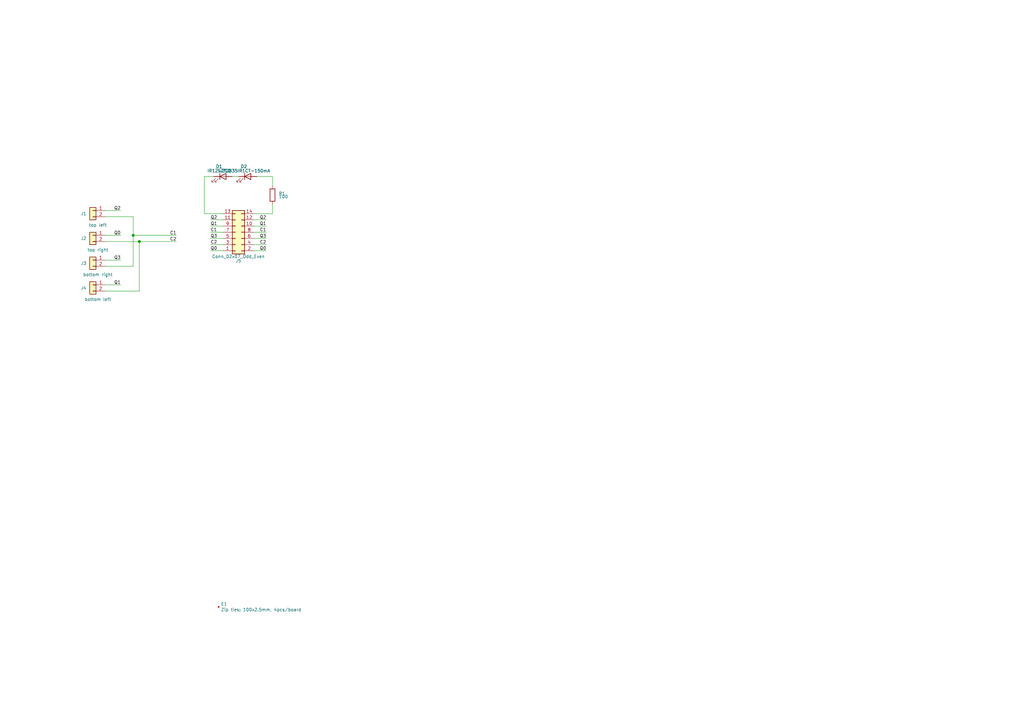
<source format=kicad_sch>
(kicad_sch (version 20230409) (generator eeschema)
  (paper "A3")
  (lib_symbols
    (symbol "Connector_Generic:Conn_02x07_Odd_Even" (pin_names (offset 1.016) hide)
      (property "Reference" "J" (at 1.27 10.16 0))
      (property "Value" "Conn_02x07_Odd_Even" (at 1.27 -10.16 0))
      (symbol "Conn_02x07_Odd_Even_1_1"
        (rectangle (start -1.27 -7.493) (end 0 -7.747) (stroke (width 0.1524)))
        (rectangle (start -1.27 -4.953) (end 0 -5.207) (stroke (width 0.1524)))
        (rectangle (start -1.27 -2.413) (end 0 -2.667) (stroke (width 0.1524)))
        (rectangle (start -1.27 0.127) (end 0 -0.127) (stroke (width 0.1524)))
        (rectangle (start -1.27 2.667) (end 0 2.413) (stroke (width 0.1524)))
        (rectangle (start -1.27 5.207) (end 0 4.953) (stroke (width 0.1524)))
        (rectangle (start -1.27 7.747) (end 0 7.493) (stroke (width 0.1524)))
        (rectangle (start -1.27 8.89) (end 3.81 -8.89) (stroke (width 0.254)) (fill (type background)))
        (rectangle (start 3.81 -7.493) (end 2.54 -7.747) (stroke (width 0.1524)))
        (rectangle (start 3.81 -4.953) (end 2.54 -5.207) (stroke (width 0.1524)))
        (rectangle (start 3.81 -2.413) (end 2.54 -2.667) (stroke (width 0.1524)))
        (rectangle (start 3.81 0.127) (end 2.54 -0.127) (stroke (width 0.1524)))
        (rectangle (start 3.81 2.667) (end 2.54 2.413) (stroke (width 0.1524)))
        (rectangle (start 3.81 5.207) (end 2.54 4.953) (stroke (width 0.1524)))
        (rectangle (start 3.81 7.747) (end 2.54 7.493) (stroke (width 0.1524)))
        (pin passive line (at -5.08 7.62 0) (length 3.81) (name "Pin_1") (number "1"))
        (pin passive line (at 7.62 -2.54 180) (length 3.81) (name "Pin_10") (number "10"))
        (pin passive line (at -5.08 -5.08 0) (length 3.81) (name "Pin_11") (number "11"))
        (pin passive line (at 7.62 -5.08 180) (length 3.81) (name "Pin_12") (number "12"))
        (pin passive line (at -5.08 -7.62 0) (length 3.81) (name "Pin_13") (number "13"))
        (pin passive line (at 7.62 -7.62 180) (length 3.81) (name "Pin_14") (number "14"))
        (pin passive line (at 7.62 7.62 180) (length 3.81) (name "Pin_2") (number "2"))
        (pin passive line (at -5.08 5.08 0) (length 3.81) (name "Pin_3") (number "3"))
        (pin passive line (at 7.62 5.08 180) (length 3.81) (name "Pin_4") (number "4"))
        (pin passive line (at -5.08 2.54 0) (length 3.81) (name "Pin_5") (number "5"))
        (pin passive line (at 7.62 2.54 180) (length 3.81) (name "Pin_6") (number "6"))
        (pin passive line (at -5.08 0 0) (length 3.81) (name "Pin_7") (number "7"))
        (pin passive line (at 7.62 0 180) (length 3.81) (name "Pin_8") (number "8"))
        (pin passive line (at -5.08 -2.54 0) (length 3.81) (name "Pin_9") (number "9"))
      )
    )
    (symbol "Device:LED" (pin_numbers hide) (pin_names (offset 1.016) hide)
      (property "Reference" "D" (at 0 2.54 0))
      (property "Value" "LED" (at 0 -2.54 0))
      (symbol "LED_0_1"
        (polyline (pts (xy -1.27 -1.27) (xy -1.27 1.27)) (stroke (width 0.254)))
        (polyline (pts (xy -1.27 0) (xy 1.27 0)))
        (polyline (pts (xy 1.27 -1.27) (xy 1.27 1.27) (xy -1.27 0) (xy 1.27 -1.27)) (stroke (width 0.254)))
        (polyline (pts (xy -3.048 -0.762) (xy -4.572 -2.286) (xy -3.81 -2.286) (xy -4.572 -2.286) (xy -4.572 -1.524)))
        (polyline (pts (xy -1.778 -0.762) (xy -3.302 -2.286) (xy -2.54 -2.286) (xy -3.302 -2.286) (xy -3.302 -1.524)))
      )
      (symbol "LED_1_1"
        (pin passive line (at -3.81 0 0) (length 2.54) (name "K") (number "1"))
        (pin passive line (at 3.81 0 180) (length 2.54) (name "A") (number "2"))
      )
    )
    (symbol "Device:R" (pin_numbers hide) (pin_names (offset 0))
      (property "Reference" "R" (at 2.032 0 90))
      (property "Value" "R" (at 0 0 90))
      (symbol "R_0_1"
        (rectangle (start -1.016 -2.54) (end 1.016 2.54) (stroke (width 0.254)))
      )
      (symbol "R_1_1"
        (pin passive line (at 0 3.81 270) (length 1.27) (name "~") (number "1"))
        (pin passive line (at 0 -3.81 90) (length 1.27) (name "~") (number "2"))
      )
    )
    (symbol "center-rescue:Conn_01x02-Connector_Generic" (pin_names (offset 1.016) hide)
      (property "Reference" "J" (at 0 2.54 0))
      (property "Value" "Conn_01x02-Connector_Generic" (at 0 -5.08 0))
      (symbol "Conn_01x02-Connector_Generic_1_1"
        (rectangle (start -1.27 -2.413) (end 0 -2.667) (stroke (width 0.1524)))
        (rectangle (start -1.27 0.127) (end 0 -0.127) (stroke (width 0.1524)))
        (rectangle (start -1.27 1.27) (end 1.27 -3.81) (stroke (width 0.254)) (fill (type background)))
        (pin passive line (at -5.08 0 0) (length 3.81) (name "Pin_1") (number "1"))
        (pin passive line (at -5.08 -2.54 0) (length 3.81) (name "Pin_2") (number "2"))
      )
    )
    (symbol "center-rescue:bom_item-4xxx" (pin_names (offset 1.016))
      (property "Reference" "E" (at -2.54 0 0))
      (property "Value" "bom_item-4xxx" (at 1.27 0 0))
      (symbol "bom_item-4xxx_0_1"
        (circle (center -3.048 0) (radius 0.254) (fill (type outline)))
      )
    )
  )
  (junction (at 54.61 96.52) (diameter 1.016))
  (junction (at 57.15 99.06) (diameter 1.016))
  (wire (pts (xy 54.61 96.52) (xy 72.39 96.52)))
  (wire (pts (xy 111.76 83.82) (xy 111.76 87.63)))
  (wire (pts (xy 104.14 102.87) (xy 109.22 102.87)))
  (wire (pts (xy 83.82 87.63) (xy 91.44 87.63)))
  (wire (pts (xy 86.36 92.71) (xy 91.44 92.71)))
  (wire (pts (xy 49.53 116.84) (xy 43.18 116.84)))
  (wire (pts (xy 104.14 87.63) (xy 111.76 87.63)))
  (wire (pts (xy 104.14 97.79) (xy 109.22 97.79)))
  (wire (pts (xy 104.14 90.17) (xy 109.22 90.17)))
  (wire (pts (xy 43.18 99.06) (xy 57.15 99.06)))
  (wire (pts (xy 104.14 92.71) (xy 109.22 92.71)))
  (wire (pts (xy 49.53 86.36) (xy 43.18 86.36)))
  (wire (pts (xy 87.63 72.39) (xy 83.82 72.39)))
  (wire (pts (xy 105.41 72.39) (xy 111.76 72.39)))
  (wire (pts (xy 49.53 106.68) (xy 43.18 106.68)))
  (wire (pts (xy 57.15 99.06) (xy 57.15 119.38)))
  (wire (pts (xy 54.61 88.9) (xy 54.61 96.52)))
  (wire (pts (xy 104.14 95.25) (xy 109.22 95.25)))
  (wire (pts (xy 86.36 102.87) (xy 91.44 102.87)))
  (wire (pts (xy 111.76 72.39) (xy 111.76 76.2)))
  (wire (pts (xy 83.82 72.39) (xy 83.82 87.63)))
  (wire (pts (xy 86.36 90.17) (xy 91.44 90.17)))
  (wire (pts (xy 54.61 109.22) (xy 43.18 109.22)))
  (wire (pts (xy 54.61 96.52) (xy 54.61 109.22)))
  (wire (pts (xy 86.36 95.25) (xy 91.44 95.25)))
  (wire (pts (xy 104.14 100.33) (xy 109.22 100.33)))
  (wire (pts (xy 43.18 88.9) (xy 54.61 88.9)))
  (wire (pts (xy 95.25 72.39) (xy 97.79 72.39)))
  (wire (pts (xy 86.36 97.79) (xy 91.44 97.79)))
  (wire (pts (xy 57.15 99.06) (xy 72.39 99.06)))
  (wire (pts (xy 86.36 100.33) (xy 91.44 100.33)))
  (wire (pts (xy 49.53 96.52) (xy 43.18 96.52)))
  (wire (pts (xy 57.15 119.38) (xy 43.18 119.38)))
  (label "Q2" (at 86.36 90.17 0))
  (label "Q1" (at 109.22 92.71 0))
  (label "Q2" (at 49.53 86.36 0))
  (label "C2" (at 86.36 100.33 0))
  (label "Q0" (at 86.36 102.87 0))
  (label "Q2" (at 109.22 90.17 0))
  (label "Q0" (at 109.22 102.87 0))
  (label "C2" (at 72.39 99.06 0))
  (label "C2" (at 109.22 100.33 0))
  (label "Q1" (at 86.36 92.71 0))
  (label "Q3" (at 49.53 106.68 0))
  (label "Q1" (at 49.53 116.84 0))
  (label "C1" (at 86.36 95.25 0))
  (label "Q3" (at 109.22 97.79 0))
  (label "Q0" (at 49.53 96.52 0))
  (label "C1" (at 72.39 96.52 0))
  (label "Q3" (at 86.36 97.79 0))
  (label "C1" (at 109.22 95.25 0))
  (symbol (lib_id "center-rescue:Conn_01x02-Connector_Generic") (at 38.1 86.36 0) (mirror y) (unit 1)
    (property "Reference" "J1" (at 34.29 87.63 0))
    (property "Value" "top left" (at 40.132 92.3036 0))
    (property "Footprint" "center:led_tape_3528_2835" (effects hide))
    (property "DNP" "DNP" (effects hide))
  )
  (symbol (lib_id "center-rescue:Conn_01x02-Connector_Generic") (at 38.1 96.52 0) (mirror y) (unit 1)
    (property "Reference" "J2" (at 34.29 97.79 0))
    (property "Value" "top right" (at 40.132 102.4636 0))
    (property "Footprint" "center:led_tape_3528_2835" (effects hide))
    (property "DNP" "DNP" (effects hide))
  )
  (symbol (lib_id "center-rescue:Conn_01x02-Connector_Generic") (at 38.1 106.68 0) (mirror y) (unit 1)
    (property "Reference" "J3" (at 34.29 107.95 0))
    (property "Value" "bottom right" (at 40.132 112.6236 0))
    (property "Footprint" "center:led_tape_3528_2835" (effects hide))
    (property "DNP" "DNP" (effects hide))
  )
  (symbol (lib_id "center-rescue:Conn_01x02-Connector_Generic") (at 38.1 116.84 0) (mirror y) (unit 1)
    (property "Reference" "J4" (at 34.29 118.11 0))
    (property "Value" "bottom left" (at 40.132 122.7836 0))
    (property "Footprint" "center:led_tape_3528_2835" (effects hide))
    (property "DNP" "DNP" (effects hide))
  )
  (symbol (lib_id "center-rescue:bom_item-4xxx") (at 92.71 248.92 0) (unit 1)
    (property "Reference" "E1" (at 90.6272 247.7516 0) (effects (justify left)))
    (property "Value" "Zip ties: 100x2.5mm, 4pcs/board" (at 90.6272 250.063 0) (effects (justify left)))
    (property "Reichelt" "KAB 100-2,5" (effects hide))
  )
  (symbol (lib_id "Device:LED") (at 91.44 72.39 0) (unit 1)
    (property "Reference" "D1" (at 89.8525 68.2879 0))
    (property "Value" "IR12-21C" (at 89.8525 70.0501 0))
    (property "Footprint" "footprints:Everlight_IR12-21C" (effects hide))
    (property "Mfg" "Everlight" (effects hide))
    (property "LCSC" "C53672" (effects hide))
  )
  (symbol (lib_id "Device:LED") (at 101.6 72.39 0) (unit 1)
    (property "Reference" "D2" (at 100.0125 68.2879 0))
    (property "Value" "SZT2835IR1CT-150mA" (at 100.0125 70.0501 0))
    (property "Footprint" "footprints:LED_2835" (effects hide))
    (property "Mfg" "Paralight" (effects hide))
    (property "LCSC" "C5221242" (effects hide))
  )
  (symbol (lib_id "Device:R") (at 111.76 80.01 0) (unit 1)
    (property "Reference" "R1" (at 114.3 79.375 0) (effects (justify left)))
    (property "Value" "100" (at 114.3 80.645 0) (effects (justify left)))
    (property "Footprint" "Resistor_SMD:R_1206_3216Metric_Pad1.30x1.75mm_HandSolder" (effects hide))
    (property "LCSC" "C17901" (effects hide))
  )
  (symbol (lib_id "Connector_Generic:Conn_02x07_Odd_Even") (at 96.52 95.25 0) (mirror x) (unit 1)
    (property "Reference" "J5" (at 97.79 106.9721 0))
    (property "Value" "Conn_02x07_Odd_Even" (at 97.79 105.2099 0))
    (property "Footprint" "Connector_PinHeader_2.54mm:PinHeader_2x07_P2.54mm_Vertical" (effects hide))
    (property "LCSC" "C38844" (effects hide))
  )
)
</source>
